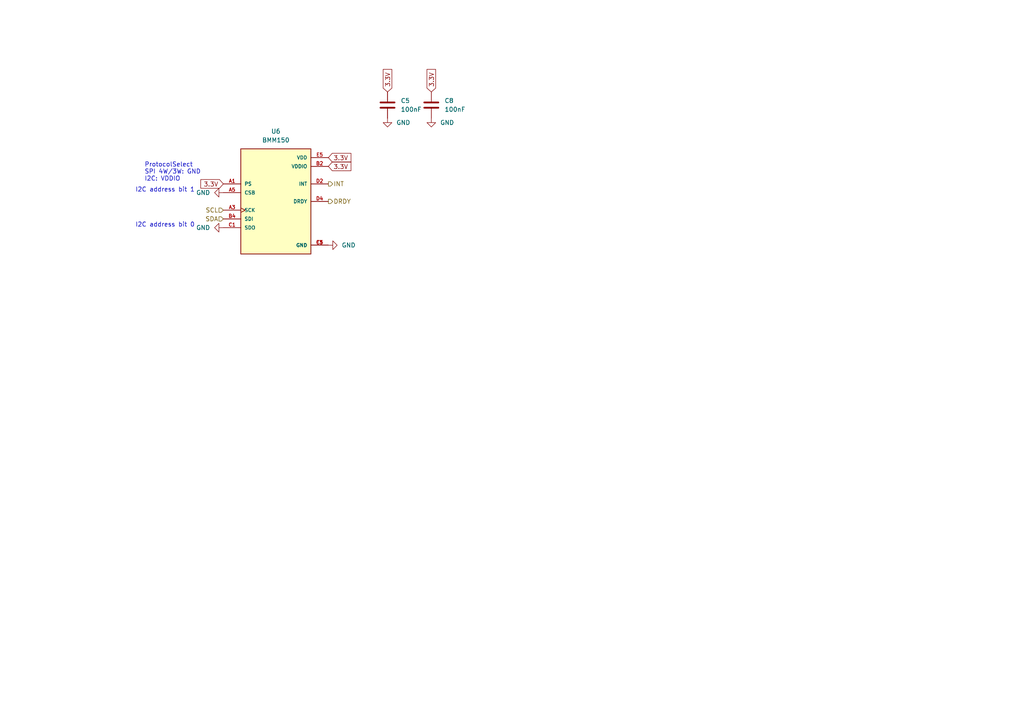
<source format=kicad_sch>
(kicad_sch (version 20211123) (generator eeschema)
  (paper "A4")
  (lib_symbols
    (symbol "Device:C" (pin_numbers hide) (pin_names (offset 0.254))
      (property "Reference" "C" (at 0.635 2.54 0))
      (property "Value" "C" (at 0.635 -2.54 0))
      (symbol "C_0_1"
        (polyline (pts (xy -2.032 -0.762) (xy 2.032 -0.762)) (stroke (width 0.508)))
        (polyline (pts (xy -2.032 0.762) (xy 2.032 0.762)) (stroke (width 0.508)))
      )
      (symbol "C_1_1"
        (pin passive line (at 0 3.81 270) (length 2.794) (name "~") (number "1"))
        (pin passive line (at 0 -3.81 90) (length 2.794) (name "~") (number "2"))
      )
    )
    (symbol "lib:BMM150" (pin_names (offset 1.016))
      (property "Reference" "U" (at -10.16 16.51 0))
      (property "Value" "BMM150" (at -10.16 -16.51 0))
      (symbol "BMM150_0_0"
        (rectangle (start -10.16 -15.24) (end 10.16 15.24) (stroke (width 0.254)) (fill (type background)))
        (pin input line (at -15.24 5.08 0) (length 5.08) (name "PS") (number "A1"))
        (pin input clock (at -15.24 -2.54 0) (length 5.08) (name "SCK") (number "A3"))
        (pin input line (at -15.24 2.54 0) (length 5.08) (name "CSB") (number "A5"))
        (pin power_in line (at 15.24 10.16 180) (length 5.08) (name "VDDIO") (number "B2"))
        (pin bidirectional line (at -15.24 -5.08 0) (length 5.08) (name "SDI") (number "B4"))
        (pin output line (at -15.24 -7.62 0) (length 5.08) (name "SDO") (number "C1"))
        (pin power_in line (at 15.24 -12.7 180) (length 5.08) (name "GND") (number "C5"))
        (pin output line (at 15.24 5.08 180) (length 5.08) (name "INT") (number "D2"))
        (pin output line (at 15.24 0 180) (length 5.08) (name "DRDY") (number "D4"))
        (pin power_in line (at 15.24 -12.7 180) (length 5.08) (name "GND") (number "E1"))
        (pin power_in line (at 15.24 -12.7 180) (length 5.08) (name "GND") (number "E3"))
        (pin power_in line (at 15.24 12.7 180) (length 5.08) (name "VDD") (number "E5"))
      )
    )
    (symbol "power:GND" (power) (pin_names (offset 0))
      (property "Value" "GND" (at 0 -3.81 0))
      (symbol "GND_0_1"
        (polyline (pts (xy 0 0) (xy 0 -1.27) (xy 1.27 -1.27) (xy 0 -2.54) (xy -1.27 -1.27) (xy 0 -1.27)))
      )
      (symbol "GND_1_1"
        (pin power_in line (at 0 0 270) (length 0) hide (name "GND") (number "1"))
      )
    )
  )
  (text "I2C address bit 0\n" (at 56.515 66.04 180) (effects (font (size 1.27 1.27)) (justify right bottom)))
  (text "I2C address bit 1\n" (at 56.515 55.88 180) (effects (font (size 1.27 1.27)) (justify right bottom)))
  (text "ProtocolSelect\nSPI 4W/3W: GND\nI2C: VDDIO" (at 41.91 52.705 0) (effects (font (size 1.27 1.27)) (justify left bottom)))
  (global_label "3.3V" (shape input) (at 125.095 26.67 90) (property "Intersheet References" "${INTERSHEET_REFS}" (effects hide)))
  (global_label "3.3V" (shape input) (at 95.25 48.26 0) (property "Intersheet References" "${INTERSHEET_REFS}" (effects hide)))
  (global_label "3.3V" (shape input) (at 112.395 26.67 90) (property "Intersheet References" "${INTERSHEET_REFS}" (effects hide)))
  (global_label "3.3V" (shape input) (at 64.77 53.34 180) (property "Intersheet References" "${INTERSHEET_REFS}" (effects hide)))
  (global_label "3.3V" (shape input) (at 95.25 45.72 0) (property "Intersheet References" "${INTERSHEET_REFS}" (effects hide)))
  (hierarchical_label "DRDY" (shape output) (at 95.25 58.42 0))
  (hierarchical_label "INT" (shape output) (at 95.25 53.34 0))
  (hierarchical_label "SDA" (shape input) (at 64.77 63.5 180))
  (hierarchical_label "SCL" (shape input) (at 64.77 60.96 180))
  (symbol (lib_id "power:GND") (at 64.77 55.88 270) (unit 1)
    (property "Reference" "#PWR0127" (effects hide))
    (property "Value" "GND" (at 60.96 55.8799 90) (effects (justify right)))
  )
  (symbol (lib_id "power:GND") (at 125.095 34.29 0) (unit 1)
    (property "Reference" "#PWR0124" (effects hide))
    (property "Value" "GND" (at 127.635 35.5599 0) (effects (justify left)))
  )
  (symbol (lib_id "Device:C") (at 125.095 30.48 0) (unit 1)
    (property "Reference" "C8" (at 128.905 29.2099 0) (effects (justify left)))
    (property "Value" "100nF" (at 128.905 31.7499 0) (effects (justify left)))
    (property "Footprint" "Capacitor_SMD:C_0603_1608Metric" (effects hide))
    (property "DIGIKEY" "1276-1935-1-ND" (effects hide))
  )
  (symbol (lib_id "power:GND") (at 95.25 71.12 90) (unit 1)
    (property "Reference" "#PWR0126" (effects hide))
    (property "Value" "GND" (at 99.06 71.1199 90) (effects (justify right)))
  )
  (symbol (lib_id "Device:C") (at 112.395 30.48 0) (unit 1)
    (property "Reference" "C5" (at 116.205 29.2099 0) (effects (justify left)))
    (property "Value" "100nF" (at 116.205 31.7499 0) (effects (justify left)))
    (property "Footprint" "Capacitor_SMD:C_0603_1608Metric" (effects hide))
    (property "DIGIKEY" "1276-1935-1-ND" (effects hide))
  )
  (symbol (lib_id "power:GND") (at 112.395 34.29 0) (unit 1)
    (property "Reference" "#PWR0125" (effects hide))
    (property "Value" "GND" (at 114.935 35.5599 0) (effects (justify left)))
  )
  (symbol (lib_id "lib:BMM150") (at 80.01 58.42 0) (unit 1)
    (property "Reference" "U6" (at 80.01 38.1 0))
    (property "Value" "BMM150" (at 80.01 40.64 0))
    (property "Footprint" "lib:XDCR_BMM150" (effects hide))
    (property "Datasheet" "https://www.bosch-sensortec.com/media/boschsensortec/downloads/datasheets/bst-bmm150-ds001.pdf" (effects hide))
    (property "PACKAGE" "WLCSP-12 Bosch" (effects hide))
    (property "Digikey" "828-1044-1-ND" (effects hide))
    (property "DIGIKEY" "828-1044-1-ND" (effects hide))
  )
  (symbol (lib_id "power:GND") (at 64.77 66.04 270) (unit 1)
    (property "Reference" "#PWR0128" (effects hide))
    (property "Value" "GND" (at 60.96 66.0399 90) (effects (justify right)))
  )
)
</source>
